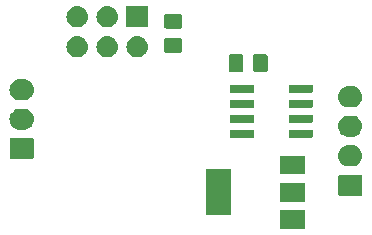
<source format=gbr>
G04 #@! TF.GenerationSoftware,KiCad,Pcbnew,(5.1.4)-1*
G04 #@! TF.CreationDate,2020-03-11T00:03:17-04:00*
G04 #@! TF.ProjectId,Psyduck,50737964-7563-46b2-9e6b-696361645f70,rev?*
G04 #@! TF.SameCoordinates,Original*
G04 #@! TF.FileFunction,Soldermask,Bot*
G04 #@! TF.FilePolarity,Negative*
%FSLAX46Y46*%
G04 Gerber Fmt 4.6, Leading zero omitted, Abs format (unit mm)*
G04 Created by KiCad (PCBNEW (5.1.4)-1) date 2020-03-11 00:03:17*
%MOMM*%
%LPD*%
G04 APERTURE LIST*
%ADD10C,0.100000*%
G04 APERTURE END LIST*
D10*
G36*
X41768000Y-34724000D02*
G01*
X39666000Y-34724000D01*
X39666000Y-33122000D01*
X41768000Y-33122000D01*
X41768000Y-34724000D01*
X41768000Y-34724000D01*
G37*
G36*
X35468000Y-33574000D02*
G01*
X33366000Y-33574000D01*
X33366000Y-29672000D01*
X35468000Y-29672000D01*
X35468000Y-33574000D01*
X35468000Y-33574000D01*
G37*
G36*
X41768000Y-32424000D02*
G01*
X39666000Y-32424000D01*
X39666000Y-30822000D01*
X41768000Y-30822000D01*
X41768000Y-32424000D01*
X41768000Y-32424000D01*
G37*
G36*
X46476600Y-30137989D02*
G01*
X46509652Y-30148015D01*
X46540103Y-30164292D01*
X46566799Y-30186201D01*
X46588708Y-30212897D01*
X46604985Y-30243348D01*
X46615011Y-30276400D01*
X46619000Y-30316903D01*
X46619000Y-31753097D01*
X46615011Y-31793600D01*
X46604985Y-31826652D01*
X46588708Y-31857103D01*
X46566799Y-31883799D01*
X46540103Y-31905708D01*
X46509652Y-31921985D01*
X46476600Y-31932011D01*
X46436097Y-31936000D01*
X44749903Y-31936000D01*
X44709400Y-31932011D01*
X44676348Y-31921985D01*
X44645897Y-31905708D01*
X44619201Y-31883799D01*
X44597292Y-31857103D01*
X44581015Y-31826652D01*
X44570989Y-31793600D01*
X44567000Y-31753097D01*
X44567000Y-30316903D01*
X44570989Y-30276400D01*
X44581015Y-30243348D01*
X44597292Y-30212897D01*
X44619201Y-30186201D01*
X44645897Y-30164292D01*
X44676348Y-30148015D01*
X44709400Y-30137989D01*
X44749903Y-30134000D01*
X46436097Y-30134000D01*
X46476600Y-30137989D01*
X46476600Y-30137989D01*
G37*
G36*
X41768000Y-30124000D02*
G01*
X39666000Y-30124000D01*
X39666000Y-28522000D01*
X41768000Y-28522000D01*
X41768000Y-30124000D01*
X41768000Y-30124000D01*
G37*
G36*
X45828443Y-27640519D02*
G01*
X45894627Y-27647037D01*
X46064466Y-27698557D01*
X46220991Y-27782222D01*
X46256729Y-27811552D01*
X46358186Y-27894814D01*
X46441448Y-27996271D01*
X46470778Y-28032009D01*
X46554443Y-28188534D01*
X46605963Y-28358373D01*
X46623359Y-28535000D01*
X46605963Y-28711627D01*
X46554443Y-28881466D01*
X46470778Y-29037991D01*
X46441448Y-29073729D01*
X46358186Y-29175186D01*
X46256729Y-29258448D01*
X46220991Y-29287778D01*
X46064466Y-29371443D01*
X45894627Y-29422963D01*
X45828443Y-29429481D01*
X45762260Y-29436000D01*
X45423740Y-29436000D01*
X45357557Y-29429481D01*
X45291373Y-29422963D01*
X45121534Y-29371443D01*
X44965009Y-29287778D01*
X44929271Y-29258448D01*
X44827814Y-29175186D01*
X44744552Y-29073729D01*
X44715222Y-29037991D01*
X44631557Y-28881466D01*
X44580037Y-28711627D01*
X44562641Y-28535000D01*
X44580037Y-28358373D01*
X44631557Y-28188534D01*
X44715222Y-28032009D01*
X44744552Y-27996271D01*
X44827814Y-27894814D01*
X44929271Y-27811552D01*
X44965009Y-27782222D01*
X45121534Y-27698557D01*
X45291373Y-27647037D01*
X45357557Y-27640519D01*
X45423740Y-27634000D01*
X45762260Y-27634000D01*
X45828443Y-27640519D01*
X45828443Y-27640519D01*
G37*
G36*
X18663600Y-27042989D02*
G01*
X18696652Y-27053015D01*
X18727103Y-27069292D01*
X18753799Y-27091201D01*
X18775708Y-27117897D01*
X18791985Y-27148348D01*
X18802011Y-27181400D01*
X18806000Y-27221903D01*
X18806000Y-28658097D01*
X18802011Y-28698600D01*
X18791985Y-28731652D01*
X18775708Y-28762103D01*
X18753799Y-28788799D01*
X18727103Y-28810708D01*
X18696652Y-28826985D01*
X18663600Y-28837011D01*
X18623097Y-28841000D01*
X16936903Y-28841000D01*
X16896400Y-28837011D01*
X16863348Y-28826985D01*
X16832897Y-28810708D01*
X16806201Y-28788799D01*
X16784292Y-28762103D01*
X16768015Y-28731652D01*
X16757989Y-28698600D01*
X16754000Y-28658097D01*
X16754000Y-27221903D01*
X16757989Y-27181400D01*
X16768015Y-27148348D01*
X16784292Y-27117897D01*
X16806201Y-27091201D01*
X16832897Y-27069292D01*
X16863348Y-27053015D01*
X16896400Y-27042989D01*
X16936903Y-27039000D01*
X18623097Y-27039000D01*
X18663600Y-27042989D01*
X18663600Y-27042989D01*
G37*
G36*
X37386928Y-26321764D02*
G01*
X37408009Y-26328160D01*
X37427445Y-26338548D01*
X37444476Y-26352524D01*
X37458452Y-26369555D01*
X37468840Y-26388991D01*
X37475236Y-26410072D01*
X37478000Y-26438140D01*
X37478000Y-26901860D01*
X37475236Y-26929928D01*
X37468840Y-26951009D01*
X37458452Y-26970445D01*
X37444476Y-26987476D01*
X37427445Y-27001452D01*
X37408009Y-27011840D01*
X37386928Y-27018236D01*
X37358860Y-27021000D01*
X35545140Y-27021000D01*
X35517072Y-27018236D01*
X35495991Y-27011840D01*
X35476555Y-27001452D01*
X35459524Y-26987476D01*
X35445548Y-26970445D01*
X35435160Y-26951009D01*
X35428764Y-26929928D01*
X35426000Y-26901860D01*
X35426000Y-26438140D01*
X35428764Y-26410072D01*
X35435160Y-26388991D01*
X35445548Y-26369555D01*
X35459524Y-26352524D01*
X35476555Y-26338548D01*
X35495991Y-26328160D01*
X35517072Y-26321764D01*
X35545140Y-26319000D01*
X37358860Y-26319000D01*
X37386928Y-26321764D01*
X37386928Y-26321764D01*
G37*
G36*
X42336928Y-26321764D02*
G01*
X42358009Y-26328160D01*
X42377445Y-26338548D01*
X42394476Y-26352524D01*
X42408452Y-26369555D01*
X42418840Y-26388991D01*
X42425236Y-26410072D01*
X42428000Y-26438140D01*
X42428000Y-26901860D01*
X42425236Y-26929928D01*
X42418840Y-26951009D01*
X42408452Y-26970445D01*
X42394476Y-26987476D01*
X42377445Y-27001452D01*
X42358009Y-27011840D01*
X42336928Y-27018236D01*
X42308860Y-27021000D01*
X40495140Y-27021000D01*
X40467072Y-27018236D01*
X40445991Y-27011840D01*
X40426555Y-27001452D01*
X40409524Y-26987476D01*
X40395548Y-26970445D01*
X40385160Y-26951009D01*
X40378764Y-26929928D01*
X40376000Y-26901860D01*
X40376000Y-26438140D01*
X40378764Y-26410072D01*
X40385160Y-26388991D01*
X40395548Y-26369555D01*
X40409524Y-26352524D01*
X40426555Y-26338548D01*
X40445991Y-26328160D01*
X40467072Y-26321764D01*
X40495140Y-26319000D01*
X42308860Y-26319000D01*
X42336928Y-26321764D01*
X42336928Y-26321764D01*
G37*
G36*
X45823909Y-25140072D02*
G01*
X45894627Y-25147037D01*
X46064466Y-25198557D01*
X46220991Y-25282222D01*
X46256729Y-25311552D01*
X46358186Y-25394814D01*
X46441448Y-25496271D01*
X46470778Y-25532009D01*
X46554443Y-25688534D01*
X46605963Y-25858373D01*
X46623359Y-26035000D01*
X46605963Y-26211627D01*
X46554443Y-26381466D01*
X46470778Y-26537991D01*
X46441448Y-26573729D01*
X46358186Y-26675186D01*
X46256729Y-26758448D01*
X46220991Y-26787778D01*
X46064466Y-26871443D01*
X45894627Y-26922963D01*
X45828443Y-26929481D01*
X45762260Y-26936000D01*
X45423740Y-26936000D01*
X45357557Y-26929481D01*
X45291373Y-26922963D01*
X45121534Y-26871443D01*
X44965009Y-26787778D01*
X44929271Y-26758448D01*
X44827814Y-26675186D01*
X44744552Y-26573729D01*
X44715222Y-26537991D01*
X44631557Y-26381466D01*
X44580037Y-26211627D01*
X44562641Y-26035000D01*
X44580037Y-25858373D01*
X44631557Y-25688534D01*
X44715222Y-25532009D01*
X44744552Y-25496271D01*
X44827814Y-25394814D01*
X44929271Y-25311552D01*
X44965009Y-25282222D01*
X45121534Y-25198557D01*
X45291373Y-25147037D01*
X45362091Y-25140072D01*
X45423740Y-25134000D01*
X45762260Y-25134000D01*
X45823909Y-25140072D01*
X45823909Y-25140072D01*
G37*
G36*
X18015443Y-24545519D02*
G01*
X18081627Y-24552037D01*
X18251466Y-24603557D01*
X18407991Y-24687222D01*
X18443729Y-24716552D01*
X18545186Y-24799814D01*
X18628448Y-24901271D01*
X18657778Y-24937009D01*
X18657779Y-24937011D01*
X18724780Y-25062359D01*
X18741443Y-25093534D01*
X18792963Y-25263373D01*
X18810359Y-25440000D01*
X18792963Y-25616627D01*
X18741443Y-25786466D01*
X18657778Y-25942991D01*
X18628448Y-25978729D01*
X18545186Y-26080186D01*
X18443729Y-26163448D01*
X18407991Y-26192778D01*
X18251466Y-26276443D01*
X18081627Y-26327963D01*
X18015442Y-26334482D01*
X17949260Y-26341000D01*
X17610740Y-26341000D01*
X17544557Y-26334481D01*
X17478373Y-26327963D01*
X17308534Y-26276443D01*
X17152009Y-26192778D01*
X17116271Y-26163448D01*
X17014814Y-26080186D01*
X16931552Y-25978729D01*
X16902222Y-25942991D01*
X16818557Y-25786466D01*
X16767037Y-25616627D01*
X16749641Y-25440000D01*
X16767037Y-25263373D01*
X16818557Y-25093534D01*
X16835221Y-25062359D01*
X16902221Y-24937011D01*
X16902222Y-24937009D01*
X16931552Y-24901271D01*
X17014814Y-24799814D01*
X17116271Y-24716552D01*
X17152009Y-24687222D01*
X17308534Y-24603557D01*
X17478373Y-24552037D01*
X17544557Y-24545519D01*
X17610740Y-24539000D01*
X17949260Y-24539000D01*
X18015443Y-24545519D01*
X18015443Y-24545519D01*
G37*
G36*
X37386928Y-25051764D02*
G01*
X37408009Y-25058160D01*
X37427445Y-25068548D01*
X37444476Y-25082524D01*
X37458452Y-25099555D01*
X37468840Y-25118991D01*
X37475236Y-25140072D01*
X37478000Y-25168140D01*
X37478000Y-25631860D01*
X37475236Y-25659928D01*
X37468840Y-25681009D01*
X37458452Y-25700445D01*
X37444476Y-25717476D01*
X37427445Y-25731452D01*
X37408009Y-25741840D01*
X37386928Y-25748236D01*
X37358860Y-25751000D01*
X35545140Y-25751000D01*
X35517072Y-25748236D01*
X35495991Y-25741840D01*
X35476555Y-25731452D01*
X35459524Y-25717476D01*
X35445548Y-25700445D01*
X35435160Y-25681009D01*
X35428764Y-25659928D01*
X35426000Y-25631860D01*
X35426000Y-25168140D01*
X35428764Y-25140072D01*
X35435160Y-25118991D01*
X35445548Y-25099555D01*
X35459524Y-25082524D01*
X35476555Y-25068548D01*
X35495991Y-25058160D01*
X35517072Y-25051764D01*
X35545140Y-25049000D01*
X37358860Y-25049000D01*
X37386928Y-25051764D01*
X37386928Y-25051764D01*
G37*
G36*
X42336928Y-25051764D02*
G01*
X42358009Y-25058160D01*
X42377445Y-25068548D01*
X42394476Y-25082524D01*
X42408452Y-25099555D01*
X42418840Y-25118991D01*
X42425236Y-25140072D01*
X42428000Y-25168140D01*
X42428000Y-25631860D01*
X42425236Y-25659928D01*
X42418840Y-25681009D01*
X42408452Y-25700445D01*
X42394476Y-25717476D01*
X42377445Y-25731452D01*
X42358009Y-25741840D01*
X42336928Y-25748236D01*
X42308860Y-25751000D01*
X40495140Y-25751000D01*
X40467072Y-25748236D01*
X40445991Y-25741840D01*
X40426555Y-25731452D01*
X40409524Y-25717476D01*
X40395548Y-25700445D01*
X40385160Y-25681009D01*
X40378764Y-25659928D01*
X40376000Y-25631860D01*
X40376000Y-25168140D01*
X40378764Y-25140072D01*
X40385160Y-25118991D01*
X40395548Y-25099555D01*
X40409524Y-25082524D01*
X40426555Y-25068548D01*
X40445991Y-25058160D01*
X40467072Y-25051764D01*
X40495140Y-25049000D01*
X42308860Y-25049000D01*
X42336928Y-25051764D01*
X42336928Y-25051764D01*
G37*
G36*
X37386928Y-23781764D02*
G01*
X37408009Y-23788160D01*
X37427445Y-23798548D01*
X37444476Y-23812524D01*
X37458452Y-23829555D01*
X37468840Y-23848991D01*
X37475236Y-23870072D01*
X37478000Y-23898140D01*
X37478000Y-24361860D01*
X37475236Y-24389928D01*
X37468840Y-24411009D01*
X37458452Y-24430445D01*
X37444476Y-24447476D01*
X37427445Y-24461452D01*
X37408009Y-24471840D01*
X37386928Y-24478236D01*
X37358860Y-24481000D01*
X35545140Y-24481000D01*
X35517072Y-24478236D01*
X35495991Y-24471840D01*
X35476555Y-24461452D01*
X35459524Y-24447476D01*
X35445548Y-24430445D01*
X35435160Y-24411009D01*
X35428764Y-24389928D01*
X35426000Y-24361860D01*
X35426000Y-23898140D01*
X35428764Y-23870072D01*
X35435160Y-23848991D01*
X35445548Y-23829555D01*
X35459524Y-23812524D01*
X35476555Y-23798548D01*
X35495991Y-23788160D01*
X35517072Y-23781764D01*
X35545140Y-23779000D01*
X37358860Y-23779000D01*
X37386928Y-23781764D01*
X37386928Y-23781764D01*
G37*
G36*
X42336928Y-23781764D02*
G01*
X42358009Y-23788160D01*
X42377445Y-23798548D01*
X42394476Y-23812524D01*
X42408452Y-23829555D01*
X42418840Y-23848991D01*
X42425236Y-23870072D01*
X42428000Y-23898140D01*
X42428000Y-24361860D01*
X42425236Y-24389928D01*
X42418840Y-24411009D01*
X42408452Y-24430445D01*
X42394476Y-24447476D01*
X42377445Y-24461452D01*
X42358009Y-24471840D01*
X42336928Y-24478236D01*
X42308860Y-24481000D01*
X40495140Y-24481000D01*
X40467072Y-24478236D01*
X40445991Y-24471840D01*
X40426555Y-24461452D01*
X40409524Y-24447476D01*
X40395548Y-24430445D01*
X40385160Y-24411009D01*
X40378764Y-24389928D01*
X40376000Y-24361860D01*
X40376000Y-23898140D01*
X40378764Y-23870072D01*
X40385160Y-23848991D01*
X40395548Y-23829555D01*
X40409524Y-23812524D01*
X40426555Y-23798548D01*
X40445991Y-23788160D01*
X40467072Y-23781764D01*
X40495140Y-23779000D01*
X42308860Y-23779000D01*
X42336928Y-23781764D01*
X42336928Y-23781764D01*
G37*
G36*
X45828443Y-22640519D02*
G01*
X45894627Y-22647037D01*
X46064466Y-22698557D01*
X46220991Y-22782222D01*
X46256729Y-22811552D01*
X46358186Y-22894814D01*
X46441448Y-22996271D01*
X46470778Y-23032009D01*
X46554443Y-23188534D01*
X46605963Y-23358373D01*
X46623359Y-23535000D01*
X46605963Y-23711627D01*
X46557899Y-23870072D01*
X46554442Y-23881468D01*
X46533706Y-23920262D01*
X46470778Y-24037991D01*
X46441448Y-24073729D01*
X46358186Y-24175186D01*
X46256729Y-24258448D01*
X46220991Y-24287778D01*
X46064466Y-24371443D01*
X45894627Y-24422963D01*
X45828443Y-24429481D01*
X45762260Y-24436000D01*
X45423740Y-24436000D01*
X45357557Y-24429481D01*
X45291373Y-24422963D01*
X45121534Y-24371443D01*
X44965009Y-24287778D01*
X44929271Y-24258448D01*
X44827814Y-24175186D01*
X44744552Y-24073729D01*
X44715222Y-24037991D01*
X44652294Y-23920262D01*
X44631558Y-23881468D01*
X44628101Y-23870072D01*
X44580037Y-23711627D01*
X44562641Y-23535000D01*
X44580037Y-23358373D01*
X44631557Y-23188534D01*
X44715222Y-23032009D01*
X44744552Y-22996271D01*
X44827814Y-22894814D01*
X44929271Y-22811552D01*
X44965009Y-22782222D01*
X45121534Y-22698557D01*
X45291373Y-22647037D01*
X45357557Y-22640519D01*
X45423740Y-22634000D01*
X45762260Y-22634000D01*
X45828443Y-22640519D01*
X45828443Y-22640519D01*
G37*
G36*
X18015443Y-22045519D02*
G01*
X18081627Y-22052037D01*
X18251466Y-22103557D01*
X18407991Y-22187222D01*
X18443729Y-22216552D01*
X18545186Y-22299814D01*
X18628448Y-22401271D01*
X18657778Y-22437009D01*
X18741443Y-22593534D01*
X18792963Y-22763373D01*
X18810359Y-22940000D01*
X18792963Y-23116627D01*
X18741443Y-23286466D01*
X18657778Y-23442991D01*
X18628448Y-23478729D01*
X18545186Y-23580186D01*
X18443729Y-23663448D01*
X18407991Y-23692778D01*
X18251466Y-23776443D01*
X18081627Y-23827963D01*
X18015442Y-23834482D01*
X17949260Y-23841000D01*
X17610740Y-23841000D01*
X17544558Y-23834482D01*
X17478373Y-23827963D01*
X17308534Y-23776443D01*
X17152009Y-23692778D01*
X17116271Y-23663448D01*
X17014814Y-23580186D01*
X16931552Y-23478729D01*
X16902222Y-23442991D01*
X16818557Y-23286466D01*
X16767037Y-23116627D01*
X16749641Y-22940000D01*
X16767037Y-22763373D01*
X16818557Y-22593534D01*
X16902222Y-22437009D01*
X16931552Y-22401271D01*
X17014814Y-22299814D01*
X17116271Y-22216552D01*
X17152009Y-22187222D01*
X17308534Y-22103557D01*
X17478373Y-22052037D01*
X17544557Y-22045519D01*
X17610740Y-22039000D01*
X17949260Y-22039000D01*
X18015443Y-22045519D01*
X18015443Y-22045519D01*
G37*
G36*
X42336928Y-22511764D02*
G01*
X42358009Y-22518160D01*
X42377445Y-22528548D01*
X42394476Y-22542524D01*
X42408452Y-22559555D01*
X42418840Y-22578991D01*
X42425236Y-22600072D01*
X42428000Y-22628140D01*
X42428000Y-23091860D01*
X42425236Y-23119928D01*
X42418840Y-23141009D01*
X42408452Y-23160445D01*
X42394476Y-23177476D01*
X42377445Y-23191452D01*
X42358009Y-23201840D01*
X42336928Y-23208236D01*
X42308860Y-23211000D01*
X40495140Y-23211000D01*
X40467072Y-23208236D01*
X40445991Y-23201840D01*
X40426555Y-23191452D01*
X40409524Y-23177476D01*
X40395548Y-23160445D01*
X40385160Y-23141009D01*
X40378764Y-23119928D01*
X40376000Y-23091860D01*
X40376000Y-22628140D01*
X40378764Y-22600072D01*
X40385160Y-22578991D01*
X40395548Y-22559555D01*
X40409524Y-22542524D01*
X40426555Y-22528548D01*
X40445991Y-22518160D01*
X40467072Y-22511764D01*
X40495140Y-22509000D01*
X42308860Y-22509000D01*
X42336928Y-22511764D01*
X42336928Y-22511764D01*
G37*
G36*
X37386928Y-22511764D02*
G01*
X37408009Y-22518160D01*
X37427445Y-22528548D01*
X37444476Y-22542524D01*
X37458452Y-22559555D01*
X37468840Y-22578991D01*
X37475236Y-22600072D01*
X37478000Y-22628140D01*
X37478000Y-23091860D01*
X37475236Y-23119928D01*
X37468840Y-23141009D01*
X37458452Y-23160445D01*
X37444476Y-23177476D01*
X37427445Y-23191452D01*
X37408009Y-23201840D01*
X37386928Y-23208236D01*
X37358860Y-23211000D01*
X35545140Y-23211000D01*
X35517072Y-23208236D01*
X35495991Y-23201840D01*
X35476555Y-23191452D01*
X35459524Y-23177476D01*
X35445548Y-23160445D01*
X35435160Y-23141009D01*
X35428764Y-23119928D01*
X35426000Y-23091860D01*
X35426000Y-22628140D01*
X35428764Y-22600072D01*
X35435160Y-22578991D01*
X35445548Y-22559555D01*
X35459524Y-22542524D01*
X35476555Y-22528548D01*
X35495991Y-22518160D01*
X35517072Y-22511764D01*
X35545140Y-22509000D01*
X37358860Y-22509000D01*
X37386928Y-22511764D01*
X37386928Y-22511764D01*
G37*
G36*
X36395674Y-19954465D02*
G01*
X36433367Y-19965899D01*
X36468103Y-19984466D01*
X36498548Y-20009452D01*
X36523534Y-20039897D01*
X36542101Y-20074633D01*
X36553535Y-20112326D01*
X36558000Y-20157661D01*
X36558000Y-21244339D01*
X36553535Y-21289674D01*
X36542101Y-21327367D01*
X36523534Y-21362103D01*
X36498548Y-21392548D01*
X36468103Y-21417534D01*
X36433367Y-21436101D01*
X36395674Y-21447535D01*
X36350339Y-21452000D01*
X35513661Y-21452000D01*
X35468326Y-21447535D01*
X35430633Y-21436101D01*
X35395897Y-21417534D01*
X35365452Y-21392548D01*
X35340466Y-21362103D01*
X35321899Y-21327367D01*
X35310465Y-21289674D01*
X35306000Y-21244339D01*
X35306000Y-20157661D01*
X35310465Y-20112326D01*
X35321899Y-20074633D01*
X35340466Y-20039897D01*
X35365452Y-20009452D01*
X35395897Y-19984466D01*
X35430633Y-19965899D01*
X35468326Y-19954465D01*
X35513661Y-19950000D01*
X36350339Y-19950000D01*
X36395674Y-19954465D01*
X36395674Y-19954465D01*
G37*
G36*
X38445674Y-19954465D02*
G01*
X38483367Y-19965899D01*
X38518103Y-19984466D01*
X38548548Y-20009452D01*
X38573534Y-20039897D01*
X38592101Y-20074633D01*
X38603535Y-20112326D01*
X38608000Y-20157661D01*
X38608000Y-21244339D01*
X38603535Y-21289674D01*
X38592101Y-21327367D01*
X38573534Y-21362103D01*
X38548548Y-21392548D01*
X38518103Y-21417534D01*
X38483367Y-21436101D01*
X38445674Y-21447535D01*
X38400339Y-21452000D01*
X37563661Y-21452000D01*
X37518326Y-21447535D01*
X37480633Y-21436101D01*
X37445897Y-21417534D01*
X37415452Y-21392548D01*
X37390466Y-21362103D01*
X37371899Y-21327367D01*
X37360465Y-21289674D01*
X37356000Y-21244339D01*
X37356000Y-20157661D01*
X37360465Y-20112326D01*
X37371899Y-20074633D01*
X37390466Y-20039897D01*
X37415452Y-20009452D01*
X37445897Y-19984466D01*
X37480633Y-19965899D01*
X37518326Y-19954465D01*
X37563661Y-19950000D01*
X38400339Y-19950000D01*
X38445674Y-19954465D01*
X38445674Y-19954465D01*
G37*
G36*
X25129443Y-18409519D02*
G01*
X25195627Y-18416037D01*
X25365466Y-18467557D01*
X25521991Y-18551222D01*
X25543653Y-18569000D01*
X25659186Y-18663814D01*
X25719261Y-18737017D01*
X25771778Y-18801009D01*
X25855443Y-18957534D01*
X25906963Y-19127373D01*
X25924359Y-19304000D01*
X25906963Y-19480627D01*
X25855443Y-19650466D01*
X25771778Y-19806991D01*
X25764573Y-19815770D01*
X25659186Y-19944186D01*
X25557729Y-20027448D01*
X25521991Y-20056778D01*
X25365466Y-20140443D01*
X25195627Y-20191963D01*
X25129443Y-20198481D01*
X25063260Y-20205000D01*
X24974740Y-20205000D01*
X24908557Y-20198481D01*
X24842373Y-20191963D01*
X24672534Y-20140443D01*
X24516009Y-20056778D01*
X24480271Y-20027448D01*
X24378814Y-19944186D01*
X24273427Y-19815770D01*
X24266222Y-19806991D01*
X24182557Y-19650466D01*
X24131037Y-19480627D01*
X24113641Y-19304000D01*
X24131037Y-19127373D01*
X24182557Y-18957534D01*
X24266222Y-18801009D01*
X24318739Y-18737017D01*
X24378814Y-18663814D01*
X24494347Y-18569000D01*
X24516009Y-18551222D01*
X24672534Y-18467557D01*
X24842373Y-18416037D01*
X24908557Y-18409519D01*
X24974740Y-18403000D01*
X25063260Y-18403000D01*
X25129443Y-18409519D01*
X25129443Y-18409519D01*
G37*
G36*
X22589443Y-18409519D02*
G01*
X22655627Y-18416037D01*
X22825466Y-18467557D01*
X22981991Y-18551222D01*
X23003653Y-18569000D01*
X23119186Y-18663814D01*
X23179261Y-18737017D01*
X23231778Y-18801009D01*
X23315443Y-18957534D01*
X23366963Y-19127373D01*
X23384359Y-19304000D01*
X23366963Y-19480627D01*
X23315443Y-19650466D01*
X23231778Y-19806991D01*
X23224573Y-19815770D01*
X23119186Y-19944186D01*
X23017729Y-20027448D01*
X22981991Y-20056778D01*
X22825466Y-20140443D01*
X22655627Y-20191963D01*
X22589443Y-20198481D01*
X22523260Y-20205000D01*
X22434740Y-20205000D01*
X22368557Y-20198481D01*
X22302373Y-20191963D01*
X22132534Y-20140443D01*
X21976009Y-20056778D01*
X21940271Y-20027448D01*
X21838814Y-19944186D01*
X21733427Y-19815770D01*
X21726222Y-19806991D01*
X21642557Y-19650466D01*
X21591037Y-19480627D01*
X21573641Y-19304000D01*
X21591037Y-19127373D01*
X21642557Y-18957534D01*
X21726222Y-18801009D01*
X21778739Y-18737017D01*
X21838814Y-18663814D01*
X21954347Y-18569000D01*
X21976009Y-18551222D01*
X22132534Y-18467557D01*
X22302373Y-18416037D01*
X22368557Y-18409519D01*
X22434740Y-18403000D01*
X22523260Y-18403000D01*
X22589443Y-18409519D01*
X22589443Y-18409519D01*
G37*
G36*
X27669443Y-18409519D02*
G01*
X27735627Y-18416037D01*
X27905466Y-18467557D01*
X28061991Y-18551222D01*
X28083653Y-18569000D01*
X28199186Y-18663814D01*
X28259261Y-18737017D01*
X28311778Y-18801009D01*
X28395443Y-18957534D01*
X28446963Y-19127373D01*
X28464359Y-19304000D01*
X28446963Y-19480627D01*
X28395443Y-19650466D01*
X28311778Y-19806991D01*
X28304573Y-19815770D01*
X28199186Y-19944186D01*
X28097729Y-20027448D01*
X28061991Y-20056778D01*
X27905466Y-20140443D01*
X27735627Y-20191963D01*
X27669443Y-20198481D01*
X27603260Y-20205000D01*
X27514740Y-20205000D01*
X27448557Y-20198481D01*
X27382373Y-20191963D01*
X27212534Y-20140443D01*
X27056009Y-20056778D01*
X27020271Y-20027448D01*
X26918814Y-19944186D01*
X26813427Y-19815770D01*
X26806222Y-19806991D01*
X26722557Y-19650466D01*
X26671037Y-19480627D01*
X26653641Y-19304000D01*
X26671037Y-19127373D01*
X26722557Y-18957534D01*
X26806222Y-18801009D01*
X26858739Y-18737017D01*
X26918814Y-18663814D01*
X27034347Y-18569000D01*
X27056009Y-18551222D01*
X27212534Y-18467557D01*
X27382373Y-18416037D01*
X27448557Y-18409519D01*
X27514740Y-18403000D01*
X27603260Y-18403000D01*
X27669443Y-18409519D01*
X27669443Y-18409519D01*
G37*
G36*
X31195674Y-18573465D02*
G01*
X31233367Y-18584899D01*
X31268103Y-18603466D01*
X31298548Y-18628452D01*
X31323534Y-18658897D01*
X31342101Y-18693633D01*
X31353535Y-18731326D01*
X31358000Y-18776661D01*
X31358000Y-19613339D01*
X31353535Y-19658674D01*
X31342101Y-19696367D01*
X31323534Y-19731103D01*
X31298548Y-19761548D01*
X31268103Y-19786534D01*
X31233367Y-19805101D01*
X31195674Y-19816535D01*
X31150339Y-19821000D01*
X30063661Y-19821000D01*
X30018326Y-19816535D01*
X29980633Y-19805101D01*
X29945897Y-19786534D01*
X29915452Y-19761548D01*
X29890466Y-19731103D01*
X29871899Y-19696367D01*
X29860465Y-19658674D01*
X29856000Y-19613339D01*
X29856000Y-18776661D01*
X29860465Y-18731326D01*
X29871899Y-18693633D01*
X29890466Y-18658897D01*
X29915452Y-18628452D01*
X29945897Y-18603466D01*
X29980633Y-18584899D01*
X30018326Y-18573465D01*
X30063661Y-18569000D01*
X31150339Y-18569000D01*
X31195674Y-18573465D01*
X31195674Y-18573465D01*
G37*
G36*
X31195674Y-16523465D02*
G01*
X31233367Y-16534899D01*
X31268103Y-16553466D01*
X31298548Y-16578452D01*
X31323534Y-16608897D01*
X31342101Y-16643633D01*
X31353535Y-16681326D01*
X31358000Y-16726661D01*
X31358000Y-17563339D01*
X31353535Y-17608674D01*
X31342101Y-17646367D01*
X31323534Y-17681103D01*
X31298548Y-17711548D01*
X31268103Y-17736534D01*
X31233367Y-17755101D01*
X31195674Y-17766535D01*
X31150339Y-17771000D01*
X30063661Y-17771000D01*
X30018326Y-17766535D01*
X29980633Y-17755101D01*
X29945897Y-17736534D01*
X29915452Y-17711548D01*
X29890466Y-17681103D01*
X29871899Y-17646367D01*
X29860465Y-17608674D01*
X29856000Y-17563339D01*
X29856000Y-16726661D01*
X29860465Y-16681326D01*
X29871899Y-16643633D01*
X29890466Y-16608897D01*
X29915452Y-16578452D01*
X29945897Y-16553466D01*
X29980633Y-16534899D01*
X30018326Y-16523465D01*
X30063661Y-16519000D01*
X31150339Y-16519000D01*
X31195674Y-16523465D01*
X31195674Y-16523465D01*
G37*
G36*
X22589443Y-15869519D02*
G01*
X22655627Y-15876037D01*
X22825466Y-15927557D01*
X22981991Y-16011222D01*
X23017729Y-16040552D01*
X23119186Y-16123814D01*
X23202448Y-16225271D01*
X23231778Y-16261009D01*
X23315443Y-16417534D01*
X23366963Y-16587373D01*
X23384359Y-16764000D01*
X23366963Y-16940627D01*
X23315443Y-17110466D01*
X23231778Y-17266991D01*
X23202448Y-17302729D01*
X23119186Y-17404186D01*
X23017729Y-17487448D01*
X22981991Y-17516778D01*
X22825466Y-17600443D01*
X22655627Y-17651963D01*
X22589442Y-17658482D01*
X22523260Y-17665000D01*
X22434740Y-17665000D01*
X22368558Y-17658482D01*
X22302373Y-17651963D01*
X22132534Y-17600443D01*
X21976009Y-17516778D01*
X21940271Y-17487448D01*
X21838814Y-17404186D01*
X21755552Y-17302729D01*
X21726222Y-17266991D01*
X21642557Y-17110466D01*
X21591037Y-16940627D01*
X21573641Y-16764000D01*
X21591037Y-16587373D01*
X21642557Y-16417534D01*
X21726222Y-16261009D01*
X21755552Y-16225271D01*
X21838814Y-16123814D01*
X21940271Y-16040552D01*
X21976009Y-16011222D01*
X22132534Y-15927557D01*
X22302373Y-15876037D01*
X22368557Y-15869519D01*
X22434740Y-15863000D01*
X22523260Y-15863000D01*
X22589443Y-15869519D01*
X22589443Y-15869519D01*
G37*
G36*
X25129443Y-15869519D02*
G01*
X25195627Y-15876037D01*
X25365466Y-15927557D01*
X25521991Y-16011222D01*
X25557729Y-16040552D01*
X25659186Y-16123814D01*
X25742448Y-16225271D01*
X25771778Y-16261009D01*
X25855443Y-16417534D01*
X25906963Y-16587373D01*
X25924359Y-16764000D01*
X25906963Y-16940627D01*
X25855443Y-17110466D01*
X25771778Y-17266991D01*
X25742448Y-17302729D01*
X25659186Y-17404186D01*
X25557729Y-17487448D01*
X25521991Y-17516778D01*
X25365466Y-17600443D01*
X25195627Y-17651963D01*
X25129442Y-17658482D01*
X25063260Y-17665000D01*
X24974740Y-17665000D01*
X24908558Y-17658482D01*
X24842373Y-17651963D01*
X24672534Y-17600443D01*
X24516009Y-17516778D01*
X24480271Y-17487448D01*
X24378814Y-17404186D01*
X24295552Y-17302729D01*
X24266222Y-17266991D01*
X24182557Y-17110466D01*
X24131037Y-16940627D01*
X24113641Y-16764000D01*
X24131037Y-16587373D01*
X24182557Y-16417534D01*
X24266222Y-16261009D01*
X24295552Y-16225271D01*
X24378814Y-16123814D01*
X24480271Y-16040552D01*
X24516009Y-16011222D01*
X24672534Y-15927557D01*
X24842373Y-15876037D01*
X24908557Y-15869519D01*
X24974740Y-15863000D01*
X25063260Y-15863000D01*
X25129443Y-15869519D01*
X25129443Y-15869519D01*
G37*
G36*
X28460000Y-17665000D02*
G01*
X26658000Y-17665000D01*
X26658000Y-15863000D01*
X28460000Y-15863000D01*
X28460000Y-17665000D01*
X28460000Y-17665000D01*
G37*
M02*

</source>
